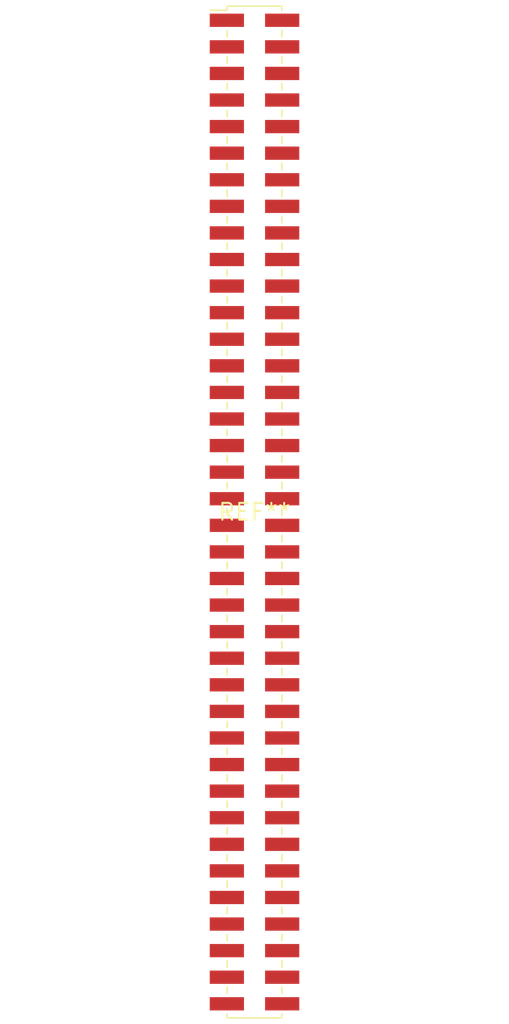
<source format=kicad_pcb>
(kicad_pcb (version 20240108) (generator pcbnew)
  (layers (0 "F.Cu" signal) (31 "B.Cu" signal) (34 "B.Paste" user) (35 "F.Paste" user) (36 "B.SilkS" user "B.Silkscreen") (37 "F.SilkS" user "F.Silkscreen") (38 "B.Mask" user) (39 "F.Mask" user) (44 "Edge.Cuts" user))
  (net 0 "")
  (footprint "PinHeader_2x38_P2.00mm_Vertical_SMD" (layer "F.Cu") (at 0 0)
    (property "Reference" "REF**")
    (property "Value" "PinHeader_2x38_P2.00mm_Vertical_SMD")
    (fp_line (start -3.315 -37.76) (end -2.06 -37.76) (layer "F.SilkS") (stroke (width 0.12)))
    (fp_line (start -2.06 -38.06) (end -2.06 -37.76) (layer "F.SilkS") (stroke (width 0.12)))
    (fp_line (start -2.06 -38.06) (end 2.06 -38.06) (layer "F.SilkS") (stroke (width 0.12)))
    (fp_line (start -2.06 -36.24) (end -2.06 -35.76) (layer "F.SilkS") (stroke (width 0.12)))
    (fp_line (start -2.06 -34.24) (end -2.06 -33.76) (layer "F.SilkS") (stroke (width 0.12)))
    (fp_line (start -2.06 -32.24) (end -2.06 -31.76) (layer "F.SilkS") (stroke (width 0.12)))
    (fp_line (start -2.06 -30.24) (end -2.06 -29.76) (layer "F.SilkS") (stroke (width 0.12)))
    (fp_line (start -2.06 -28.24) (end -2.06 -27.76) (layer "F.SilkS") (stroke (width 0.12)))
    (fp_line (start -2.06 -26.24) (end -2.06 -25.76) (layer "F.SilkS") (stroke (width 0.12)))
    (fp_line (start -2.06 -24.24) (end -2.06 -23.76) (layer "F.SilkS") (stroke (width 0.12)))
    (fp_line (start -2.06 -22.24) (end -2.06 -21.76) (layer "F.SilkS") (stroke (width 0.12)))
    (fp_line (start -2.06 -20.24) (end -2.06 -19.76) (layer "F.SilkS") (stroke (width 0.12)))
    (fp_line (start -2.06 -18.24) (end -2.06 -17.76) (layer "F.SilkS") (stroke (width 0.12)))
    (fp_line (start -2.06 -16.24) (end -2.06 -15.76) (layer "F.SilkS") (stroke (width 0.12)))
    (fp_line (start -2.06 -14.24) (end -2.06 -13.76) (layer "F.SilkS") (stroke (width 0.12)))
    (fp_line (start -2.06 -12.24) (end -2.06 -11.76) (layer "F.SilkS") (stroke (width 0.12)))
    (fp_line (start -2.06 -10.24) (end -2.06 -9.76) (layer "F.SilkS") (stroke (width 0.12)))
    (fp_line (start -2.06 -8.24) (end -2.06 -7.76) (layer "F.SilkS") (stroke (width 0.12)))
    (fp_line (start -2.06 -6.24) (end -2.06 -5.76) (layer "F.SilkS") (stroke (width 0.12)))
    (fp_line (start -2.06 -4.24) (end -2.06 -3.76) (layer "F.SilkS") (stroke (width 0.12)))
    (fp_line (start -2.06 -2.24) (end -2.06 -1.76) (layer "F.SilkS") (stroke (width 0.12)))
    (fp_line (start -2.06 -0.24) (end -2.06 0.24) (layer "F.SilkS") (stroke (width 0.12)))
    (fp_line (start -2.06 1.76) (end -2.06 2.24) (layer "F.SilkS") (stroke (width 0.12)))
    (fp_line (start -2.06 3.76) (end -2.06 4.24) (layer "F.SilkS") (stroke (width 0.12)))
    (fp_line (start -2.06 5.76) (end -2.06 6.24) (layer "F.SilkS") (stroke (width 0.12)))
    (fp_line (start -2.06 7.76) (end -2.06 8.24) (layer "F.SilkS") (stroke (width 0.12)))
    (fp_line (start -2.06 9.76) (end -2.06 10.24) (layer "F.SilkS") (stroke (width 0.12)))
    (fp_line (start -2.06 11.76) (end -2.06 12.24) (layer "F.SilkS") (stroke (width 0.12)))
    (fp_line (start -2.06 13.76) (end -2.06 14.24) (layer "F.SilkS") (stroke (width 0.12)))
    (fp_line (start -2.06 15.76) (end -2.06 16.24) (layer "F.SilkS") (stroke (width 0.12)))
    (fp_line (start -2.06 17.76) (end -2.06 18.24) (layer "F.SilkS") (stroke (width 0.12)))
    (fp_line (start -2.06 19.76) (end -2.06 20.24) (layer "F.SilkS") (stroke (width 0.12)))
    (fp_line (start -2.06 21.76) (end -2.06 22.24) (layer "F.SilkS") (stroke (width 0.12)))
    (fp_line (start -2.06 23.76) (end -2.06 24.24) (layer "F.SilkS") (stroke (width 0.12)))
    (fp_line (start -2.06 25.76) (end -2.06 26.24) (layer "F.SilkS") (stroke (width 0.12)))
    (fp_line (start -2.06 27.76) (end -2.06 28.24) (layer "F.SilkS") (stroke (width 0.12)))
    (fp_line (start -2.06 29.76) (end -2.06 30.24) (layer "F.SilkS") (stroke (width 0.12)))
    (fp_line (start -2.06 31.76) (end -2.06 32.24) (layer "F.SilkS") (stroke (width 0.12)))
    (fp_line (start -2.06 33.76) (end -2.06 34.24) (layer "F.SilkS") (stroke (width 0.12)))
    (fp_line (start -2.06 35.76) (end -2.06 36.24) (layer "F.SilkS") (stroke (width 0.12)))
    (fp_line (start -2.06 37.76) (end -2.06 38.06) (layer "F.SilkS") (stroke (width 0.12)))
    (fp_line (start -2.06 38.06) (end 2.06 38.06) (layer "F.SilkS") (stroke (width 0.12)))
    (fp_line (start 2.06 -38.06) (end 2.06 -37.76) (layer "F.SilkS") (stroke (width 0.12)))
    (fp_line (start 2.06 -36.24) (end 2.06 -35.76) (layer "F.SilkS") (stroke (width 0.12)))
    (fp_line (start 2.06 -34.24) (end 2.06 -33.76) (layer "F.SilkS") (stroke (width 0.12)))
    (fp_line (start 2.06 -32.24) (end 2.06 -31.76) (layer "F.SilkS") (stroke (width 0.12)))
    (fp_line (start 2.06 -30.24) (end 2.06 -29.76) (layer "F.SilkS") (stroke (width 0.12)))
    (fp_line (start 2.06 -28.24) (end 2.06 -27.76) (layer "F.SilkS") (stroke (width 0.12)))
    (fp_line (start 2.06 -26.24) (end 2.06 -25.76) (layer "F.SilkS") (stroke (width 0.12)))
    (fp_line (start 2.06 -24.24) (end 2.06 -23.76) (layer "F.SilkS") (stroke (width 0.12)))
    (fp_line (start 2.06 -22.24) (end 2.06 -21.76) (layer "F.SilkS") (stroke (width 0.12)))
    (fp_line (start 2.06 -20.24) (end 2.06 -19.76) (layer "F.SilkS") (stroke (width 0.12)))
    (fp_line (start 2.06 -18.24) (end 2.06 -17.76) (layer "F.SilkS") (stroke (width 0.12)))
    (fp_line (start 2.06 -16.24) (end 2.06 -15.76) (layer "F.SilkS") (stroke (width 0.12)))
    (fp_line (start 2.06 -14.24) (end 2.06 -13.76) (layer "F.SilkS") (stroke (width 0.12)))
    (fp_line (start 2.06 -12.24) (end 2.06 -11.76) (layer "F.SilkS") (stroke (width 0.12)))
    (fp_line (start 2.06 -10.24) (end 2.06 -9.76) (layer "F.SilkS") (stroke (width 0.12)))
    (fp_line (start 2.06 -8.24) (end 2.06 -7.76) (layer "F.SilkS") (stroke (width 0.12)))
    (fp_line (start 2.06 -6.24) (end 2.06 -5.76) (layer "F.SilkS") (stroke (width 0.12)))
    (fp_line (start 2.06 -4.24) (end 2.06 -3.76) (layer "F.SilkS") (stroke (width 0.12)))
    (fp_line (start 2.06 -2.24) (end 2.06 -1.76) (layer "F.SilkS") (stroke (width 0.12)))
    (fp_line (start 2.06 -0.24) (end 2.06 0.24) (layer "F.SilkS") (stroke (width 0.12)))
    (fp_line (start 2.06 1.76) (end 2.06 2.24) (layer "F.SilkS") (stroke (width 0.12)))
    (fp_line (start 2.06 3.76) (end 2.06 4.24) (layer "F.SilkS") (stroke (width 0.12)))
    (fp_line (start 2.06 5.76) (end 2.06 6.24) (layer "F.SilkS") (stroke (width 0.12)))
    (fp_line (start 2.06 7.76) (end 2.06 8.24) (layer "F.SilkS") (stroke (width 0.12)))
    (fp_line (start 2.06 9.76) (end 2.06 10.24) (layer "F.SilkS") (stroke (width 0.12)))
    (fp_line (start 2.06 11.76) (end 2.06 12.24) (layer "F.SilkS") (stroke (width 0.12)))
    (fp_line (start 2.06 13.76) (end 2.06 14.24) (layer "F.SilkS") (stroke (width 0.12)))
    (fp_line (start 2.06 15.76) (end 2.06 16.24) (layer "F.SilkS") (stroke (width 0.12)))
    (fp_line (start 2.06 17.76) (end 2.06 18.24) (layer "F.SilkS") (stroke (width 0.12)))
    (fp_line (start 2.06 19.76) (end 2.06 20.24) (layer "F.SilkS") (stroke (width 0.12)))
    (fp_line (start 2.06 21.76) (end 2.06 22.24) (layer "F.SilkS") (stroke (width 0.12)))
    (fp_line (start 2.06 23.76) (end 2.06 24.24) (layer "F.SilkS") (stroke (width 0.12)))
    (fp_line (start 2.06 25.76) (end 2.06 26.24) (layer "F.SilkS") (stroke (width 0.12)))
    (fp_line (start 2.06 27.76) (end 2.06 28.24) (layer "F.SilkS") (stroke (width 0.12)))
    (fp_line (start 2.06 29.76) (end 2.06 30.24) (layer "F.SilkS") (stroke (width 0.12)))
    (fp_line (start 2.06 31.76) (end 2.06 32.24) (layer "F.SilkS") (stroke (width 0.12)))
    (fp_line (start 2.06 33.76) (end 2.06 34.24) (layer "F.SilkS") (stroke (width 0.12)))
    (fp_line (start 2.06 35.76) (end 2.06 36.24) (layer "F.SilkS") (stroke (width 0.12)))
    (fp_line (start 2.06 37.76) (end 2.06 38.06) (layer "F.SilkS") (stroke (width 0.12)))
    (pad "1" smd rect (at -2.085 -37) (size 2.58 1) (layers "F.Cu" "F.Paste" "F.Mask"))
    (pad "2" smd rect (at 2.085 -37) (size 2.58 1) (layers "F.Cu" "F.Paste" "F.Mask"))
    (pad "3" smd rect (at -2.085 -35) (size 2.58 1) (layers "F.Cu" "F.Paste" "F.Mask"))
    (pad "4" smd rect (at 2.085 -35) (size 2.58 1) (layers "F.Cu" "F.Paste" "F.Mask"))
    (pad "5" smd rect (at -2.085 -33) (size 2.58 1) (layers "F.Cu" "F.Paste" "F.Mask"))
    (pad "6" smd rect (at 2.085 -33) (size 2.58 1) (layers "F.Cu" "F.Paste" "F.Mask"))
    (pad "7" smd rect (at -2.085 -31) (size 2.58 1) (layers "F.Cu" "F.Paste" "F.Mask"))
    (pad "8" smd rect (at 2.085 -31) (size 2.58 1) (layers "F.Cu" "F.Paste" "F.Mask"))
    (pad "9" smd rect (at -2.085 -29) (size 2.58 1) (layers "F.Cu" "F.Paste" "F.Mask"))
    (pad "10" smd rect (at 2.085 -29) (size 2.58 1) (layers "F.Cu" "F.Paste" "F.Mask"))
    (pad "11" smd rect (at -2.085 -27) (size 2.58 1) (layers "F.Cu" "F.Paste" "F.Mask"))
    (pad "12" smd rect (at 2.085 -27) (size 2.58 1) (layers "F.Cu" "F.Paste" "F.Mask"))
    (pad "13" smd rect (at -2.085 -25) (size 2.58 1) (layers "F.Cu" "F.Paste" "F.Mask"))
    (pad "14" smd rect (at 2.085 -25) (size 2.58 1) (layers "F.Cu" "F.Paste" "F.Mask"))
    (pad "15" smd rect (at -2.085 -23) (size 2.58 1) (layers "F.Cu" "F.Paste" "F.Mask"))
    (pad "16" smd rect (at 2.085 -23) (size 2.58 1) (layers "F.Cu" "F.Paste" "F.Mask"))
    (pad "17" smd rect (at -2.085 -21) (size 2.58 1) (layers "F.Cu" "F.Paste" "F.Mask"))
    (pad "18" smd rect (at 2.085 -21) (size 2.58 1) (layers "F.Cu" "F.Paste" "F.Mask"))
    (pad "19" smd rect (at -2.085 -19) (size 2.58 1) (layers "F.Cu" "F.Paste" "F.Mask"))
    (pad "20" smd rect (at 2.085 -19) (size 2.58 1) (layers "F.Cu" "F.Paste" "F.Mask"))
    (pad "21" smd rect (at -2.085 -17) (size 2.58 1) (layers "F.Cu" "F.Paste" "F.Mask"))
    (pad "22" smd rect (at 2.085 -17) (size 2.58 1) (layers "F.Cu" "F.Paste" "F.Mask"))
    (pad "23" smd rect (at -2.085 -15) (size 2.58 1) (layers "F.Cu" "F.Paste" "F.Mask"))
    (pad "24" smd rect (at 2.085 -15) (size 2.58 1) (layers "F.Cu" "F.Paste" "F.Mask"))
    (pad "25" smd rect (at -2.085 -13) (size 2.58 1) (layers "F.Cu" "F.Paste" "F.Mask"))
    (pad "26" smd rect (at 2.085 -13) (size 2.58 1) (layers "F.Cu" "F.Paste" "F.Mask"))
    (pad "27" smd rect (at -2.085 -11) (size 2.58 1) (layers "F.Cu" "F.Paste" "F.Mask"))
    (pad "28" smd rect (at 2.085 -11) (size 2.58 1) (layers "F.Cu" "F.Paste" "F.Mask"))
    (pad "29" smd rect (at -2.085 -9) (size 2.58 1) (layers "F.Cu" "F.Paste" "F.Mask"))
    (pad "30" smd rect (at 2.085 -9) (size 2.58 1) (layers "F.Cu" "F.Paste" "F.Mask"))
    (pad "31" smd rect (at -2.085 -7) (size 2.58 1) (layers "F.Cu" "F.Paste" "F.Mask"))
    (pad "32" smd rect (at 2.085 -7) (size 2.58 1) (layers "F.Cu" "F.Paste" "F.Mask"))
    (pad "33" smd rect (at -2.085 -5) (size 2.58 1) (layers "F.Cu" "F.Paste" "F.Mask"))
    (pad "34" smd rect (at 2.085 -5) (size 2.58 1) (layers "F.Cu" "F.Paste" "F.Mask"))
    (pad "35" smd rect (at -2.085 -3) (size 2.58 1) (layers "F.Cu" "F.Paste" "F.Mask"))
    (pad "36" smd rect (at 2.085 -3) (size 2.58 1) (layers "F.Cu" "F.Paste" "F.Mask"))
    (pad "37" smd rect (at -2.085 -1) (size 2.58 1) (layers "F.Cu" "F.Paste" "F.Mask"))
    (pad "38" smd rect (at 2.085 -1) (size 2.58 1) (layers "F.Cu" "F.Paste" "F.Mask"))
    (pad "39" smd rect (at -2.085 1) (size 2.58 1) (layers "F.Cu" "F.Paste" "F.Mask"))
    (pad "40" smd rect (at 2.085 1) (size 2.58 1) (layers "F.Cu" "F.Paste" "F.Mask"))
    (pad "41" smd rect (at -2.085 3) (size 2.58 1) (layers "F.Cu" "F.Paste" "F.Mask"))
    (pad "42" smd rect (at 2.085 3) (size 2.58 1) (layers "F.Cu" "F.Paste" "F.Mask"))
    (pad "43" smd rect (at -2.085 5) (size 2.58 1) (layers "F.Cu" "F.Paste" "F.Mask"))
    (pad "44" smd rect (at 2.085 5) (size 2.58 1) (layers "F.Cu" "F.Paste" "F.Mask"))
    (pad "45" smd rect (at -2.085 7) (size 2.58 1) (layers "F.Cu" "F.Paste" "F.Mask"))
    (pad "46" smd rect (at 2.085 7) (size 2.58 1) (layers "F.Cu" "F.Paste" "F.Mask"))
    (pad "47" smd rect (at -2.085 9) (size 2.58 1) (layers "F.Cu" "F.Paste" "F.Mask"))
    (pad "48" smd rect (at 2.085 9) (size 2.58 1) (layers "F.Cu" "F.Paste" "F.Mask"))
    (pad "49" smd rect (at -2.085 11) (size 2.58 1) (layers "F.Cu" "F.Paste" "F.Mask"))
    (pad "50" smd rect (at 2.085 11) (size 2.58 1) (layers "F.Cu" "F.Paste" "F.Mask"))
    (pad "51" smd rect (at -2.085 13) (size 2.58 1) (layers "F.Cu" "F.Paste" "F.Mask"))
    (pad "52" smd rect (at 2.085 13) (size 2.58 1) (layers "F.Cu" "F.Paste" "F.Mask"))
    (pad "53" smd rect (at -2.085 15) (size 2.58 1) (layers "F.Cu" "F.Paste" "F.Mask"))
    (pad "54" smd rect (at 2.085 15) (size 2.58 1) (layers "F.Cu" "F.Paste" "F.Mask"))
    (pad "55" smd rect (at -2.085 17) (size 2.58 1) (layers "F.Cu" "F.Paste" "F.Mask"))
    (pad "56" smd rect (at 2.085 17) (size 2.58 1) (layers "F.Cu" "F.Paste" "F.Mask"))
    (pad "57" smd rect (at -2.085 19) (size 2.58 1) (layers "F.Cu" "F.Paste" "F.Mask"))
    (pad "58" smd rect (at 2.085 19) (size 2.58 1) (layers "F.Cu" "F.Paste" "F.Mask"))
    (pad "59" smd rect (at -2.085 21) (size 2.58 1) (layers "F.Cu" "F.Paste" "F.Mask"))
    (pad "60" smd rect (at 2.085 21) (size 2.58 1) (layers "F.Cu" "F.Paste" "F.Mask"))
    (pad "61" smd rect (at -2.085 23) (size 2.58 1) (layers "F.Cu" "F.Paste" "F.Mask"))
    (pad "62" smd rect (at 2.085 23) (size 2.58 1) (layers "F.Cu" "F.Paste" "F.Mask"))
    (pad "63" smd rect (at -2.085 25) (size 2.58 1) (layers "F.Cu" "F.Paste" "F.Mask"))
    (pad "64" smd rect (at 2.085 25) (size 2.58 1) (layers "F.Cu" "F.Paste" "F.Mask"))
    (pad "65" smd rect (at -2.085 27) (size 2.58 1) (layers "F.Cu" "F.Paste" "F.Mask"))
    (pad "66" smd rect (at 2.085 27) (size 2.58 1) (layers "F.Cu" "F.Paste" "F.Mask"))
    (pad "67" smd rect (at -2.085 29) (size 2.58 1) (layers "F.Cu" "F.Paste" "F.Mask"))
    (pad "68" smd rect (at 2.085 29) (size 2.58 1) (layers "F.Cu" "F.Paste" "F.Mask"))
    (pad "69" smd rect (at -2.085 31) (size 2.58 1) (layers "F.Cu" "F.Paste" "F.Mask"))
    (pad "70" smd rect (at 2.085 31) (size 2.58 1) (layers "F.Cu" "F.Paste" "F.Mask"))
    (pad "71" smd rect (at -2.085 33) (size 2.58 1) (layers "F.Cu" "F.Paste" "F.Mask"))
    (pad "72" smd rect (at 2.085 33) (size 2.58 1) (layers "F.Cu" "F.Paste" "F.Mask"))
    (pad "73" smd rect (at -2.085 35) (size 2.58 1) (layers "F.Cu" "F.Paste" "F.Mask"))
    (pad "74" smd rect (at 2.085 35) (size 2.58 1) (layers "F.Cu" "F.Paste" "F.Mask"))
    (pad "75" smd rect (at -2.085 37) (size 2.58 1) (layers "F.Cu" "F.Paste" "F.Mask"))
    (pad "76" smd rect (at 2.085 37) (size 2.58 1) (layers "F.Cu" "F.Paste" "F.Mask"))
  )
)
</source>
